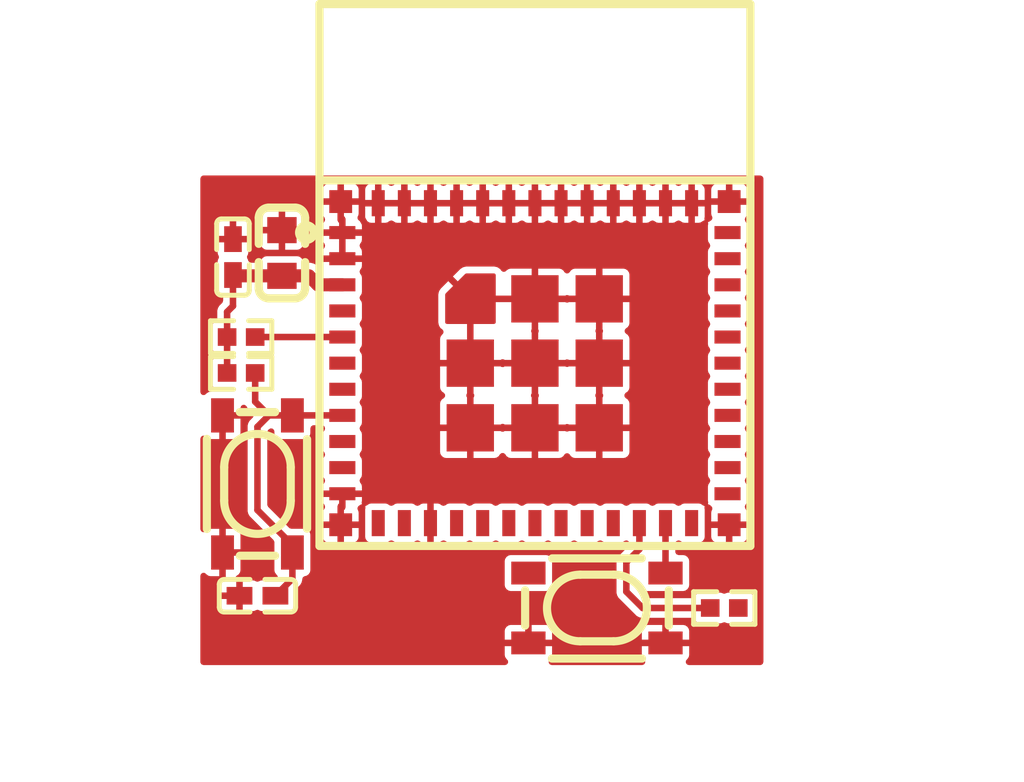
<source format=kicad_pcb>
(kicad_pcb (version 20241229) (generator "pcbnew") (generator_version "9.0")
  (layers (0 "F.Cu" signal) (2 "B.Cu" signal) (13 "F.Paste" user) (15 "B.Paste" user) (5 "F.SilkS" user "F.Silkscreen") (7 "B.SilkS" user "B.Silkscreen") (1 "F.Mask" user) (3 "B.Mask" user) (25 "Edge.Cuts" user))
  (net 0 "")
  (net 1 "hv")
  (net 2 "ic.footprint.pins[27].net-net")
  (net 3 "line-1")
  (net 4 "ic.footprint.pins[16].net-net")
  (net 5 "ic.footprint.pins[17].net-net")
  (net 6 "line-13")
  (net 7 "line-9")
  (net 8 "line-12")
  (net 9 "ic.footprint.pins[52].net-net")
  (net 10 "ic.footprint.pins[33].net-net")
  (net 11 "ic.footprint.pins[20].net-net")
  (net 12 "ic.footprint.pins[50].net-net")
  (net 13 "ic.footprint.pins[8].net-net")
  (net 14 "ic.footprint.pins[21].net-net")
  (net 15 "line-7")
  (net 16 "line-8")
  (net 17 "ic.footprint.pins[25].net-net")
  (net 18 "line-3")
  (net 19 "line-5")
  (net 20 "gnd")
  (net 21 "ic.footprint.pins[26].net-net")
  (net 22 "line-2")
  (net 23 "line-15")
  (net 24 "line-11")
  (net 25 "line-14")
  (net 26 "line-4")
  (net 27 "line-6")
  (net 28 "ic.footprint.pins[6].net-net")
  (net 29 "ic.footprint.pins[1].net-net")
  (net 30 "ic.footprint.pins[28].net-net")
  (net 31 "line")
  (net 32 "line-10")
  (footprint "UNI_ROYAL_0402WGF1002TCE:R0402" (layer "F.Cu") (at -9 -0.8 180)
    (property "Reference" "R1" (hide yes))
    (property "Value" "10kΩ ±1% 62.5mW")
    (fp_line (start 0.94 0.5) (end 0.94 -0.5) (stroke (width 0.15)) (layer "F.SilkS"))
    (fp_line (start 0.94 -0.5) (end 0.23 -0.5) (stroke (width 0.15)) (layer "F.SilkS"))
    (fp_line (start 0.23 0.5) (end 0.94 0.5) (stroke (width 0.15)) (layer "F.SilkS"))
    (fp_line (start -0.23 0.5) (end -0.94 0.5) (stroke (width 0.15)) (layer "F.SilkS"))
    (fp_line (start -0.94 0.5) (end -0.94 -0.5) (stroke (width 0.15)) (layer "F.SilkS"))
    (fp_line (start -0.94 -0.5) (end -0.23 -0.5) (stroke (width 0.15)) (layer "F.SilkS"))
    (pad "1" smd rect (at -0.43 0 180) (size 0.57 0.54) (layers "F.Cu" "F.Mask" "F.Paste") (net 6 "line-13"))
    (pad "2" smd rect (at 0.43 0 180) (size 0.57 0.54) (layers "F.Cu" "F.Mask" "F.Paste") (net 1 "hv"))
  )
  (footprint "UNI_ROYAL_0402WGF1002TCE:R0402" (layer "F.Cu") (at -9 0.3 0)
    (property "Reference" "R3" (hide yes))
    (property "Value" "10kΩ ±1% 62.5mW")
    (fp_line (start -0.94 -0.5) (end -0.23 -0.5) (stroke (width 0.15)) (layer "F.SilkS"))
    (fp_line (start -0.94 0.5) (end -0.94 -0.5) (stroke (width 0.15)) (layer "F.SilkS"))
    (fp_line (start -0.23 0.5) (end -0.94 0.5) (stroke (width 0.15)) (layer "F.SilkS"))
    (fp_line (start 0.23 0.5) (end 0.94 0.5) (stroke (width 0.15)) (layer "F.SilkS"))
    (fp_line (start 0.94 -0.5) (end 0.23 -0.5) (stroke (width 0.15)) (layer "F.SilkS"))
    (fp_line (start 0.94 0.5) (end 0.94 -0.5) (stroke (width 0.15)) (layer "F.SilkS"))
    (pad "1" smd rect (at -0.43 0 0) (size 0.57 0.54) (layers "F.Cu" "F.Mask" "F.Paste") (net 1 "hv"))
    (pad "2" smd rect (at 0.43 0 0) (size 0.57 0.54) (layers "F.Cu" "F.Mask" "F.Paste") (net 31 "line"))
  )
  (footprint "Samsung_Electro_Mechanics_CL05B104KO5NNNC:C0402" (layer "F.Cu") (at -9.25 -3.25 90)
    (property "Reference" "C2" (hide yes))
    (property "Value" "100nF ±10% 16V X7R")
    (fp_line (start 1.02 -0.5) (end 0.23 -0.5) (stroke (width 0.15)) (layer "F.SilkS"))
    (fp_line (start -1.02 -0.5) (end -0.23 -0.5) (stroke (width 0.15)) (layer "F.SilkS"))
    (fp_line (start 1.17 0.35) (end 1.17 -0.35) (stroke (width 0.15)) (layer "F.SilkS"))
    (fp_line (start -1.17 0.35) (end -1.17 -0.35) (stroke (width 0.15)) (layer "F.SilkS"))
    (fp_line (start 0.23 0.5) (end 1.02 0.5) (stroke (width 0.15)) (layer "F.SilkS"))
    (fp_line (start -0.23 0.5) (end -1.02 0.5) (stroke (width 0.15)) (layer "F.SilkS"))
    (fp_arc (start 1.02 -0.5) (mid 1.126066 -0.456066) (end 1.17 -0.35) (stroke (width 0.15)) (layer "F.SilkS"))
    (fp_arc (start -1.17 -0.35) (mid -1.126066 -0.456066) (end -1.02 -0.5) (stroke (width 0.15)) (layer "F.SilkS"))
    (fp_arc (start 1.17 0.35) (mid 1.126066 0.456066) (end 1.02 0.5) (stroke (width 0.15)) (layer "F.SilkS"))
    (fp_arc (start -1.02 0.5) (mid -1.126066 0.456066) (end -1.17 0.35) (stroke (width 0.15)) (layer "F.SilkS"))
    (pad "1" smd rect (at -0.55 0 90) (size 0.79 0.54) (layers "F.Cu" "F.Mask" "F.Paste") (net 1 "hv"))
    (pad "2" smd rect (at 0.55 0 90) (size 0.79 0.54) (layers "F.Cu" "F.Mask" "F.Paste") (net 20 "gnd"))
  )
  (footprint "ALPSALPINE_SKRPACE010:KEY-SMD_4P-L4.2-W3.2-P2.20-LS4.6" (layer "F.Cu") (at -8.5 3.7 -90)
    (property "Reference" "U3" (hide yes))
    (property "Value" "")
    (fp_line (start -1.38 1.55) (end 1.38 1.55) (stroke (width 0.25)) (layer "F.SilkS"))
    (fp_line (start -0.51 1.02) (end 0.51 1.02) (stroke (width 0.25)) (layer "F.SilkS"))
    (fp_line (start -2.2 -0.54) (end -2.2 0.54) (stroke (width 0.25)) (layer "F.SilkS"))
    (fp_line (start 2.2 -0.54) (end 2.2 0.54) (stroke (width 0.25)) (layer "F.SilkS"))
    (fp_line (start -0.51 -1.02) (end 0.51 -1.02) (stroke (width 0.25)) (layer "F.SilkS"))
    (fp_line (start 1.37 -1.52) (end -1.37 -1.52) (stroke (width 0.25)) (layer "F.SilkS"))
    (fp_arc (start -0.51 1.02) (mid -1.53 0) (end -0.51 -1.02) (stroke (width 0.25)) (layer "F.SilkS"))
    (fp_arc (start 0.51 -1.02) (mid 1.53 0) (end 0.51 1.02) (stroke (width 0.25)) (layer "F.SilkS"))
    (pad "1" smd rect (at -2.1 -1.07 270) (size 1.05 0.7) (layers "F.Cu" "F.Mask" "F.Paste") (net 31 "line"))
    (pad "2" smd rect (at 2.1 -1.07 270) (size 1.05 0.7) (layers "F.Cu" "F.Mask" "F.Paste") (net 31 "line"))
    (pad "3" smd rect (at -2.1 1.07 270) (size 1.05 0.7) (layers "F.Cu" "F.Mask" "F.Paste") (net 20 "gnd"))
    (pad "4" smd rect (at 2.1 1.07 270) (size 1.05 0.7) (layers "F.Cu" "F.Mask" "F.Paste") (net 20 "gnd"))
  )
  (footprint "Espressif_Systems_ESP32_C3_MINI_1_N4:WIFIM-SMD_ESP32-C3-MINI-1" (layer "F.Cu") (at 0 0 0)
    (property "Reference" "U2" (hide yes))
    (property "Value" "")
    (fp_line (start -6.6 -11) (end 6.6 -11) (stroke (width 0.25)) (layer "F.SilkS"))
    (fp_line (start -6.6 5.6) (end -6.6 -11) (stroke (width 0.25)) (layer "F.SilkS"))
    (fp_line (start -6.6 5.6) (end 6.6 5.6) (stroke (width 0.25)) (layer "F.SilkS"))
    (fp_line (start 6.6 -5.6) (end -6.6 -5.6) (stroke (width 0.25)) (layer "F.SilkS"))
    (fp_line (start 6.6 5.6) (end 6.6 -11) (stroke (width 0.25)) (layer "F.SilkS"))
    (fp_circle (center -7 -4) (end -6.9 -4) (stroke (width 0.25)) (fill no) (layer "F.SilkS"))
    (pad "1" smd rect (at -5.9 -4 90) (size 0.4 0.8) (layers "F.Cu" "F.Mask" "F.Paste") (net 20 "gnd"))
    (pad "2" smd rect (at -5.9 -3.2 90) (size 0.4 0.8) (layers "F.Cu" "F.Mask" "F.Paste") (net 20 "gnd"))
    (pad "3" smd rect (at -5.9 -2.4 90) (size 0.4 0.8) (layers "F.Cu" "F.Mask" "F.Paste") (net 1 "hv"))
    (pad "4" smd rect (at -5.9 -1.6 90) (size 0.4 0.8) (layers "F.Cu" "F.Mask" "F.Paste") (net 10 "ic.footprint.pins[33].net-net"))
    (pad "5" smd rect (at -5.9 -0.8 90) (size 0.4 0.8) (layers "F.Cu" "F.Mask" "F.Paste") (net 6 "line-13"))
    (pad "6" smd rect (at -5.9 0 90) (size 0.4 0.8) (layers "F.Cu" "F.Mask" "F.Paste") (net 22 "line-2"))
    (pad "7" smd rect (at -5.9 0.8 90) (size 0.4 0.8) (layers "F.Cu" "F.Mask" "F.Paste") (net 12 "ic.footprint.pins[50].net-net"))
    (pad "8" smd rect (at -5.9 1.6 90) (size 0.4 0.8) (layers "F.Cu" "F.Mask" "F.Paste") (net 31 "line"))
    (pad "9" smd rect (at -5.9 2.4 90) (size 0.4 0.8) (layers "F.Cu" "F.Mask" "F.Paste") (net 9 "ic.footprint.pins[52].net-net"))
    (pad "10" smd rect (at -5.9 3.2 90) (size 0.4 0.8) (layers "F.Cu" "F.Mask" "F.Paste") (net 29 "ic.footprint.pins[1].net-net"))
    (pad "11" smd rect (at -5.9 4 90) (size 0.4 0.8) (layers "F.Cu" "F.Mask" "F.Paste") (net 20 "gnd"))
    (pad "12" smd rect (at -4.8 4.9 180) (size 0.4 0.8) (layers "F.Cu" "F.Mask" "F.Paste") (net 8 "line-12"))
    (pad "13" smd rect (at -4 4.9 180) (size 0.4 0.8) (layers "F.Cu" "F.Mask" "F.Paste") (net 3 "line-1"))
    (pad "14" smd rect (at -3.2 4.9 180) (size 0.4 0.8) (layers "F.Cu" "F.Mask" "F.Paste") (net 20 "gnd"))
    (pad "15" smd rect (at -2.4 4.9 180) (size 0.4 0.8) (layers "F.Cu" "F.Mask" "F.Paste") (net 28 "ic.footprint.pins[6].net-net"))
    (pad "16" smd rect (at -1.6 4.9 180) (size 0.4 0.8) (layers "F.Cu" "F.Mask" "F.Paste") (net 19 "line-5"))
    (pad "17" smd rect (at -0.8 4.9 180) (size 0.4 0.8) (layers "F.Cu" "F.Mask" "F.Paste") (net 13 "ic.footprint.pins[8].net-net"))
    (pad "18" smd rect (at 0 4.9 180) (size 0.4 0.8) (layers "F.Cu" "F.Mask" "F.Paste") (net 25 "line-14"))
    (pad "19" smd rect (at 0.8 4.9 180) (size 0.4 0.8) (layers "F.Cu" "F.Mask" "F.Paste") (net 18 "line-3"))
    (pad "20" smd rect (at 1.6 4.9 180) (size 0.4 0.8) (layers "F.Cu" "F.Mask" "F.Paste") (net 23 "line-15"))
    (pad "21" smd rect (at 2.4 4.9 180) (size 0.4 0.8) (layers "F.Cu" "F.Mask" "F.Paste") (net 26 "line-4"))
    (pad "22" smd rect (at 3.2 4.9 180) (size 0.4 0.8) (layers "F.Cu" "F.Mask" "F.Paste") (net 7 "line-9"))
    (pad "23" smd rect (at 4 4.9 180) (size 0.4 0.8) (layers "F.Cu" "F.Mask" "F.Paste") (net 32 "line-10"))
    (pad "24" smd rect (at 4.8 4.9 180) (size 0.4 0.8) (layers "F.Cu" "F.Mask" "F.Paste") (net 4 "ic.footprint.pins[16].net-net"))
    (pad "25" smd rect (at 5.9 4 270) (size 0.4 0.8) (layers "F.Cu" "F.Mask" "F.Paste") (net 5 "ic.footprint.pins[17].net-net"))
    (pad "26" smd rect (at 5.9 3.2 270) (size 0.4 0.8) (layers "F.Cu" "F.Mask" "F.Paste") (net 27 "line-6"))
    (pad "27" smd rect (at 5.9 2.4 270) (size 0.4 0.8) (layers "F.Cu" "F.Mask" "F.Paste") (net 16 "line-8"))
    (pad "28" smd rect (at 5.9 1.6 270) (size 0.4 0.8) (layers "F.Cu" "F.Mask" "F.Paste") (net 11 "ic.footprint.pins[20].net-net"))
    (pad "29" smd rect (at 5.9 0.8 270) (size 0.4 0.8) (layers "F.Cu" "F.Mask" "F.Paste") (net 14 "ic.footprint.pins[21].net-net"))
    (pad "30" smd rect (at 5.9 0 270) (size 0.4 0.8) (layers "F.Cu" "F.Mask" "F.Paste") (net 15 "line-7"))
    (pad "31" smd rect (at 5.9 -0.8 270) (size 0.4 0.8) (layers "F.Cu" "F.Mask" "F.Paste") (net 24 "line-11"))
    (pad "32" smd rect (at 5.9 -1.6 270) (size 0.4 0.8) (layers "F.Cu" "F.Mask" "F.Paste") (net 17 "ic.footprint.pins[25].net-net"))
    (pad "33" smd rect (at 5.9 -2.4 270) (size 0.4 0.8) (layers "F.Cu" "F.Mask" "F.Paste") (net 21 "ic.footprint.pins[26].net-net"))
    (pad "34" smd rect (at 5.9 -3.2 270) (size 0.4 0.8) (layers "F.Cu" "F.Mask" "F.Paste") (net 2 "ic.footprint.pins[27].net-net"))
    (pad "35" smd rect (at 5.9 -4 270) (size 0.4 0.8) (layers "F.Cu" "F.Mask" "F.Paste") (net 30 "ic.footprint.pins[28].net-net"))
    (pad "36" smd rect (at 4.8 -4.9 0) (size 0.4 0.8) (layers "F.Cu" "F.Mask" "F.Paste") (net 20 "gnd"))
    (pad "37" smd rect (at 4 -4.9 0) (size 0.4 0.8) (layers "F.Cu" "F.Mask" "F.Paste") (net 20 "gnd"))
    (pad "38" smd rect (at 3.2 -4.9 0) (size 0.4 0.8) (layers "F.Cu" "F.Mask" "F.Paste") (net 20 "gnd"))
    (pad "39" smd rect (at 2.4 -4.9 0) (size 0.4 0.8) (layers "F.Cu" "F.Mask" "F.Paste") (net 20 "gnd"))
    (pad "40" smd rect (at 1.6 -4.9 0) (size 0.4 0.8) (layers "F.Cu" "F.Mask" "F.Paste") (net 20 "gnd"))
    (pad "41" smd rect (at 0.8 -4.9 0) (size 0.4 0.8) (layers "F.Cu" "F.Mask" "F.Paste") (net 20 "gnd"))
    (pad "42" smd rect (at 0 -4.9 0) (size 0.4 0.8) (layers "F.Cu" "F.Mask" "F.Paste") (net 20 "gnd"))
    (pad "43" smd rect (at -0.8 -4.9 0) (size 0.4 0.8) (layers "F.Cu" "F.Mask" "F.Paste") (net 20 "gnd"))
    (pad "44" smd rect (at -1.6 -4.9 0) (size 0.4 0.8) (layers "F.Cu" "F.Mask" "F.Paste") (net 20 "gnd"))
    (pad "45" smd rect (at -2.4 -4.9 0) (size 0.4 0.8) (layers "F.Cu" "F.Mask" "F.Paste") (net 20 "gnd"))
    (pad "46" smd rect (at -3.2 -4.9 0) (size 0.4 0.8) (layers "F.Cu" "F.Mask" "F.Paste") (net 20 "gnd"))
    (pad "47" smd rect (at -4 -4.9 0) (size 0.4 0.8) (layers "F.Cu" "F.Mask" "F.Paste") (net 20 "gnd"))
    (pad "48" smd rect (at -4.8 -4.9 0) (size 0.4 0.8) (layers "F.Cu" "F.Mask" "F.Paste") (net 20 "gnd"))
    (pad "49" smd custom (at -1.98 -1.98 0) (size 0.01 0.01) (layers "F.Cu" "F.Mask" "F.Paste") (net 20 "gnd") (primitives (gr_poly (pts (xy -0.72 -0.12) (xy -0.12 -0.72) (xy 0.73 -0.72) (xy 0.73 0.73) (xy -0.72 0.73)) (width 0.1) (fill yes))) (options (clearance outline) (anchor circle)))
    (pad "49" smd rect (at -1.98 0 0) (size 1.45 1.45) (layers "F.Cu" "F.Mask" "F.Paste") (net 20 "gnd"))
    (pad "49" smd rect (at -1.98 1.98 0) (size 1.45 1.45) (layers "F.Cu" "F.Mask" "F.Paste") (net 20 "gnd"))
    (pad "49" smd rect (at 0 -1.97 0) (size 1.45 1.45) (layers "F.Cu" "F.Mask" "F.Paste") (net 20 "gnd"))
    (pad "49" smd rect (at 0 0 0) (size 1.45 1.45) (layers "F.Cu" "F.Mask" "F.Paste") (net 20 "gnd"))
    (pad "49" smd rect (at 0 1.98 0) (size 1.45 1.45) (layers "F.Cu" "F.Mask" "F.Paste") (net 20 "gnd"))
    (pad "49" smd rect (at 1.97 -1.97 0) (size 1.45 1.45) (layers "F.Cu" "F.Mask" "F.Paste") (net 20 "gnd"))
    (pad "49" smd rect (at 1.97 0 0) (size 1.45 1.45) (layers "F.Cu" "F.Mask" "F.Paste") (net 20 "gnd"))
    (pad "49" smd rect (at 1.97 1.98 0) (size 1.45 1.45) (layers "F.Cu" "F.Mask" "F.Paste") (net 20 "gnd"))
    (pad "50" smd rect (at 5.95 -4.95 0) (size 0.7 0.7) (layers "F.Cu" "F.Mask" "F.Paste") (net 20 "gnd"))
    (pad "51" smd rect (at 5.95 4.95 0) (size 0.7 0.7) (layers "F.Cu" "F.Mask" "F.Paste") (net 20 "gnd"))
    (pad "52" smd rect (at -5.95 4.95 0) (size 0.7 0.7) (layers "F.Cu" "F.Mask" "F.Paste") (net 20 "gnd"))
    (pad "53" smd rect (at -5.95 -4.95 0) (size 0.7 0.7) (layers "F.Cu" "F.Mask" "F.Paste") (net 20 "gnd"))
  )
  (footprint "Samsung_Electro_Mechanics_CL05A105KA5NQNC:C0402" (layer "F.Cu") (at -8.5 7.125 180)
    (property "Reference" "C3" (hide yes))
    (property "Value" "1µF ±10% 25V X5R")
    (fp_line (start 1.17 0.35) (end 1.17 -0.35) (stroke (width 0.15)) (layer "F.SilkS"))
    (fp_line (start 1.02 -0.5) (end 0.23 -0.5) (stroke (width 0.15)) (layer "F.SilkS"))
    (fp_line (start 0.23 0.5) (end 1.02 0.5) (stroke (width 0.15)) (layer "F.SilkS"))
    (fp_line (start -0.23 0.5) (end -1.02 0.5) (stroke (width 0.15)) (layer "F.SilkS"))
    (fp_line (start -1.02 -0.5) (end -0.23 -0.5) (stroke (width 0.15)) (layer "F.SilkS"))
    (fp_line (start -1.17 0.35) (end -1.17 -0.35) (stroke (width 0.15)) (layer "F.SilkS"))
    (fp_arc (start 1.17 0.35) (mid 1.126066 0.456066) (end 1.02 0.5) (stroke (width 0.15)) (layer "F.SilkS"))
    (fp_arc (start 1.02 -0.5) (mid 1.126066 -0.456066) (end 1.17 -0.35) (stroke (width 0.15)) (layer "F.SilkS"))
    (fp_arc (start -1.02 0.5) (mid -1.126066 0.456066) (end -1.17 0.35) (stroke (width 0.15)) (layer "F.SilkS"))
    (fp_arc (start -1.17 -0.35) (mid -1.126066 -0.456066) (end -1.02 -0.5) (stroke (width 0.15)) (layer "F.SilkS"))
    (pad "1" smd rect (at -0.55 0 180) (size 0.79 0.54) (layers "F.Cu" "F.Mask" "F.Paste") (net 31 "line"))
    (pad "2" smd rect (at 0.55 0 180) (size 0.79 0.54) (layers "F.Cu" "F.Mask" "F.Paste") (net 20 "gnd"))
  )
  (footprint "UNI_ROYAL_0402WGF1002TCE:R0402" (layer "F.Cu") (at 5.8 7.5 0)
    (property "Reference" "R2" (hide yes))
    (property "Value" "10kΩ ±1% 62.5mW")
    (fp_line (start -0.94 -0.5) (end -0.23 -0.5) (stroke (width 0.15)) (layer "F.SilkS"))
    (fp_line (start -0.94 0.5) (end -0.94 -0.5) (stroke (width 0.15)) (layer "F.SilkS"))
    (fp_line (start -0.23 0.5) (end -0.94 0.5) (stroke (width 0.15)) (layer "F.SilkS"))
    (fp_line (start 0.23 0.5) (end 0.94 0.5) (stroke (width 0.15)) (layer "F.SilkS"))
    (fp_line (start 0.94 -0.5) (end 0.23 -0.5) (stroke (width 0.15)) (layer "F.SilkS"))
    (fp_line (start 0.94 0.5) (end 0.94 -0.5) (stroke (width 0.15)) (layer "F.SilkS"))
    (pad "1" smd rect (at -0.43 0 0) (size 0.57 0.54) (layers "F.Cu" "F.Mask" "F.Paste") (net 7 "line-9"))
    (pad "2" smd rect (at 0.43 0 0) (size 0.57 0.54) (layers "F.Cu" "F.Mask" "F.Paste") (net 1 "hv"))
  )
  (footprint "ALPSALPINE_SKRPACE010:KEY-SMD_4P-L4.2-W3.2-P2.20-LS4.6" (layer "F.Cu") (at 1.9 7.5 0)
    (property "Reference" "U1" (hide yes))
    (property "Value" "")
    (fp_line (start -2.2 -0.54) (end -2.2 0.54) (stroke (width 0.25)) (layer "F.SilkS"))
    (fp_line (start -1.38 1.55) (end 1.38 1.55) (stroke (width 0.25)) (layer "F.SilkS"))
    (fp_line (start -0.51 -1.02) (end 0.51 -1.02) (stroke (width 0.25)) (layer "F.SilkS"))
    (fp_line (start -0.51 1.02) (end 0.51 1.02) (stroke (width 0.25)) (layer "F.SilkS"))
    (fp_line (start 1.37 -1.52) (end -1.37 -1.52) (stroke (width 0.25)) (layer "F.SilkS"))
    (fp_line (start 2.2 -0.54) (end 2.2 0.54) (stroke (width 0.25)) (layer "F.SilkS"))
    (fp_arc (start -0.51 1.02) (mid -1.53 0) (end -0.51 -1.02) (stroke (width 0.25)) (layer "F.SilkS"))
    (fp_arc (start 0.51 -1.02) (mid 1.53 0) (end 0.51 1.02) (stroke (width 0.25)) (layer "F.SilkS"))
    (pad "1" smd rect (at -2.1 -1.07 0) (size 1.05 0.7) (layers "F.Cu" "F.Mask" "F.Paste") (net 32 "line-10"))
    (pad "2" smd rect (at 2.1 -1.07 0) (size 1.05 0.7) (layers "F.Cu" "F.Mask" "F.Paste") (net 32 "line-10"))
    (pad "3" smd rect (at -2.1 1.07 0) (size 1.05 0.7) (layers "F.Cu" "F.Mask" "F.Paste") (net 20 "gnd"))
    (pad "4" smd rect (at 2.1 1.07 0) (size 1.05 0.7) (layers "F.Cu" "F.Mask" "F.Paste") (net 20 "gnd"))
  )
  (footprint "Samsung_Electro_Mechanics_CL10A226MQ8NRNC:C0603" (layer "F.Cu") (at -7.75 -3.375 90)
    (property "Reference" "C1" (hide yes))
    (property "Value" "22µF ±20% 6.3V X5R")
    (fp_line (start 0.28 -0.71) (end 1.08 -0.71) (stroke (width 0.25)) (layer "F.SilkS"))
    (fp_line (start -0.28 -0.71) (end -1.08 -0.71) (stroke (width 0.25)) (layer "F.SilkS"))
    (fp_line (start 1.39 -0.4) (end 1.39 0.4) (stroke (width 0.25)) (layer "F.SilkS"))
    (fp_line (start -1.39 0.4) (end -1.39 -0.4) (stroke (width 0.25)) (layer "F.SilkS"))
    (fp_line (start 0.28 0.71) (end 1.08 0.71) (stroke (width 0.25)) (layer "F.SilkS"))
    (fp_line (start -0.28 0.71) (end -1.08 0.71) (stroke (width 0.25)) (layer "F.SilkS"))
    (fp_arc (start 1.08 -0.71) (mid 1.299203 -0.619203) (end 1.39 -0.4) (stroke (width 0.25)) (layer "F.SilkS"))
    (fp_arc (start -1.39 -0.4) (mid -1.299203 -0.619203) (end -1.08 -0.71) (stroke (width 0.25)) (layer "F.SilkS"))
    (fp_arc (start 1.39 0.4) (mid 1.299203 0.619203) (end 1.08 0.71) (stroke (width 0.25)) (layer "F.SilkS"))
    (fp_arc (start -1.08 0.71) (mid -1.299203 0.619203) (end -1.39 0.4) (stroke (width 0.25)) (layer "F.SilkS"))
    (pad "1" smd rect (at -0.7 0 90) (size 0.8 0.9) (layers "F.Cu" "F.Mask" "F.Paste") (net 1 "hv"))
    (pad "2" smd rect (at 0.7 0 90) (size 0.8 0.9) (layers "F.Cu" "F.Mask" "F.Paste") (net 20 "gnd"))
  )
  (zone (net 20) (net_name "gnd") (layers "F.Cu" "B.Cu") (connect_pads (clearance 0.2)) (min_thickness 0.2) (fill yes (thermal_gap 0.2) (thermal_bridge_width 0.2))
    (polygon (pts (xy -10.25 -5.75) (xy -10.25 9.25) (xy 7 9.25) (xy 7 -5.75)))
  )
  (zone (net 0) (net_name "") (layers "F.Cu" "B.Cu") (connect_pads (clearance 0)) (min_thickness 0.25) (fill (thermal_gap 0.5) (thermal_bridge_width 0.5))
    (keepout (tracks not_allowed) (vias not_allowed) (pads not_allowed) (copperpour not_allowed) (footprints allowed))
    (polygon (pts (xy -15 -5.75) (xy -15 -11) (xy 15 -11) (xy 15 -5.75)))
  )
  (segment (start -9.43 -1.57) (end -9.25 -1.75) (width 0.2) (net 1) (layer "F.Cu"))
  (segment (start -6.925 -2.675) (end -7.75 -2.675) (width 0.4) (net 1) (layer "F.Cu"))
  (segment (start -9.43 0.3) (end -9.43 -0.8) (width 0.2) (net 1) (layer "F.Cu"))
  (segment (start -7.75 -2.675) (end -9.225 -2.675) (width 0.4) (net 1) (layer "F.Cu"))
  (segment (start -9.25 -1.75) (end -9.25 -2.7) (width 0.2) (net 1) (layer "F.Cu"))
  (segment (start -9.225 -2.675) (end -9.25 -2.7) (width 0.4) (net 1) (layer "F.Cu"))
  (segment (start -9.43 -0.8) (end -9.43 -1.57) (width 0.2) (net 1) (layer "F.Cu"))
  (segment (start -6.65 -2.4) (end -6.925 -2.675) (width 0.4) (net 1) (layer "F.Cu"))
  (segment (start -5.9 -2.4) (end -6.65 -2.4) (width 0.4) (net 1) (layer "F.Cu"))
  (segment (start -8.57 -0.8) (end -5.9 -0.8) (width 0.2) (net 6) (layer "F.Cu"))
  (segment (start 2.8 7) (end 3.3 7.5) (width 0.2) (net 7) (layer "F.Cu"))
  (segment (start 3.2 5.7) (end 2.8 6.1) (width 0.2) (net 7) (layer "F.Cu"))
  (segment (start 3.2 4.9) (end 3.2 5.7) (width 0.2) (net 7) (layer "F.Cu"))
  (segment (start 3.3 7.5) (end 5.37 7.5) (width 0.2) (net 7) (layer "F.Cu"))
  (segment (start 2.8 6.1) (end 2.8 7) (width 0.2) (net 7) (layer "F.Cu"))
  (segment (start -1.98 0) (end -1.98 -1.98) (width 0.2) (net 20) (layer "F.Cu"))
  (segment (start -1.97 -1.97) (end -1.98 -1.98) (width 0.2) (net 20) (layer "F.Cu"))
  (segment (start -1.98 -1.98) (end -2.8 -2.8) (width 0.2) (net 20) (layer "F.Cu"))
  (segment (start 0 -1.97) (end -1.97 -1.97) (width 0.2) (net 20) (layer "F.Cu"))
  (segment (start -7.43 5.57) (end -8.5 4.5) (width 0.2) (net 31) (layer "F.Cu"))
  (segment (start -8.5 4.5) (end -8.5 1.95) (width 0.2) (net 31) (layer "F.Cu"))
  (segment (start -8.5 1.95) (end -8.15 1.6) (width 0.2) (net 31) (layer "F.Cu"))
  (segment (start -7.95 7.125) (end -7.43 6.605) (width 0.2) (net 31) (layer "F.Cu"))
  (segment (start -7.43 1.6) (end -8.15 1.6) (width 0.2) (net 31) (layer "F.Cu"))
  (segment (start -7.43 1.6) (end -5.9 1.6) (width 0.2) (net 31) (layer "F.Cu"))
  (segment (start -8.57 1.18) (end -8.57 0.3) (width 0.2) (net 31) (layer "F.Cu"))
  (segment (start -7.43 5.8) (end -7.43 5.57) (width 0.2) (net 31) (layer "F.Cu"))
  (segment (start -8.15 1.6) (end -8.57 1.18) (width 0.2) (net 31) (layer "F.Cu"))
  (segment (start -7.43 6.605) (end -7.43 5.8) (width 0.2) (net 31) (layer "F.Cu"))
  (segment (start 4 6.43) (end 4 4.9) (width 0.2) (net 32) (layer "F.Cu"))
)
</source>
